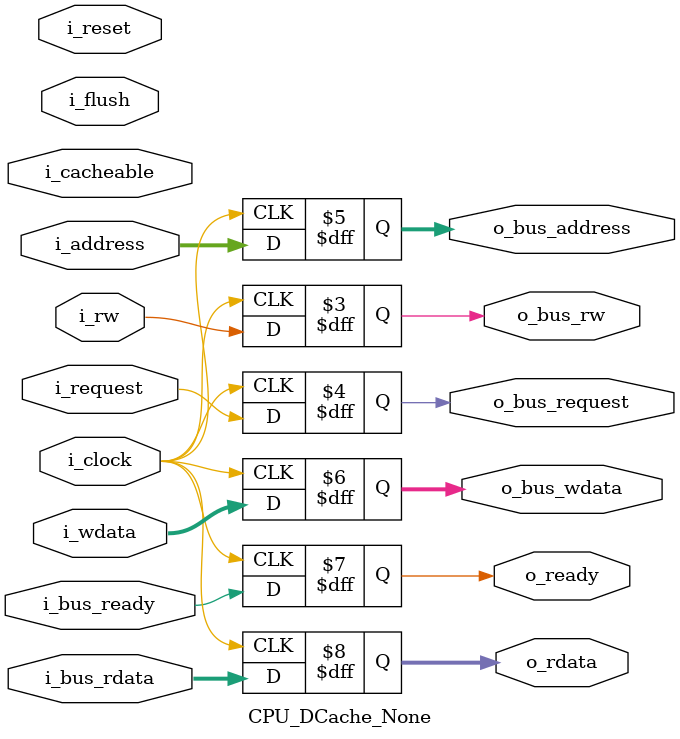
<source format=sv>
`include "CPU_Defines.sv"

`timescale 1ns/1ns

module CPU_DCache_None #(
	parameter SIZE = 14
)(
	input i_reset,
	input i_clock,

	// Bus
	output bit o_bus_rw,
	output bit o_bus_request,
	input i_bus_ready,
	output bit [31:0] o_bus_address,
	input [31:0] i_bus_rdata,
	output bit [31:0] o_bus_wdata,

	// Input
	input i_rw,
	input i_request,
	input i_flush,
	output bit o_ready,
	input [31:0] i_address,
	output bit [31:0] o_rdata,
	input [31:0] i_wdata,
	input i_cacheable
);

    initial begin
        o_bus_request = 0;
        o_ready = 0;
    end

    always_ff @(posedge i_clock) begin
        
        o_bus_request <= i_request;
        o_bus_rw <= i_rw;
        o_bus_address <= i_address;
        o_bus_wdata <= i_wdata;

        o_rdata <= i_bus_rdata;
        o_ready <= i_bus_ready;

    end

endmodule

</source>
